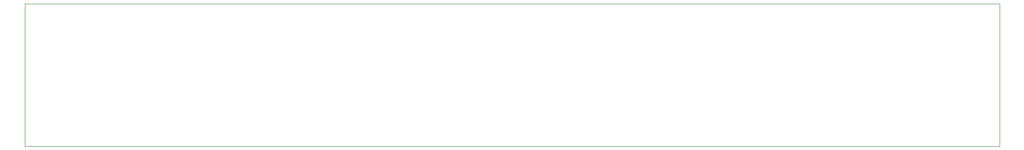
<source format=gm1>
G04 #@! TF.FileFunction,Profile,NP*
%FSLAX46Y46*%
G04 Gerber Fmt 4.6, Leading zero omitted, Abs format (unit mm)*
G04 Created by KiCad (PCBNEW 4.0.7) date 07/13/18 19:56:19*
%MOMM*%
%LPD*%
G01*
G04 APERTURE LIST*
%ADD10C,0.100000*%
G04 APERTURE END LIST*
D10*
X63500000Y-88900000D02*
X236220000Y-88900000D01*
X63500000Y-114300000D02*
X63500000Y-88900000D01*
X236220000Y-114300000D02*
X63500000Y-114300000D01*
X236220000Y-88900000D02*
X236220000Y-114300000D01*
M02*

</source>
